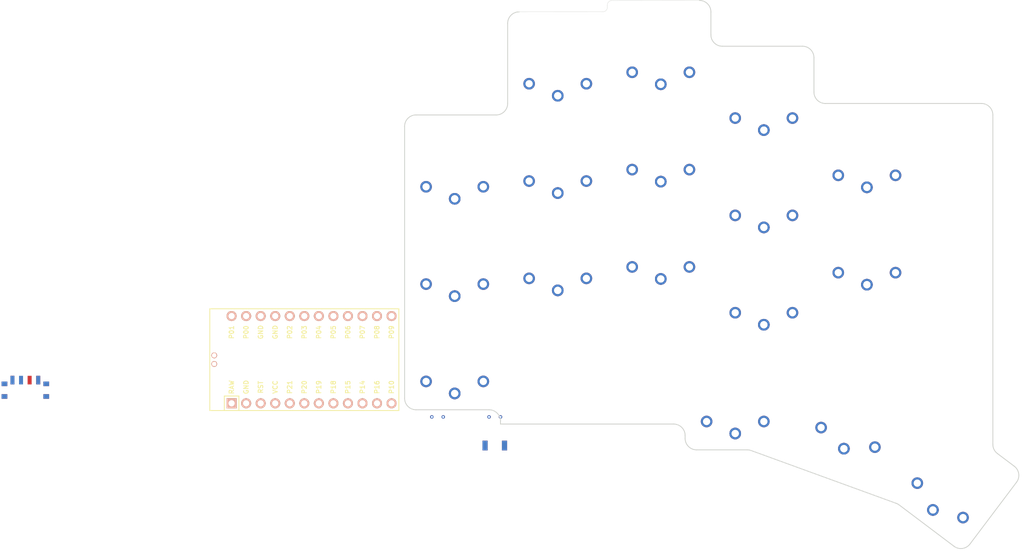
<source format=kicad_pcb>
(kicad_pcb (version 20211014) (generator pcbnew)
  (title_block (title "main") (rev "v1.0.0") (company "Unknown"))
  (layers (0 "F.Cu" signal) (31 "B.Cu" signal) (34 "B.Paste" user) (35 "F.Paste" user) (36 "B.SilkS" user "B.Silkscreen") (37 "F.SilkS" user "F.Silkscreen") (38 "B.Mask" user) (39 "F.Mask" user) (44 "Edge.Cuts" user))
  (net 0 "")
  (net 1 "P11")
  (net 2 "GND")
  (net 3 "P10")
  (net 4 "P8")
  (net 5 "P9")
  (net 6 "P7")
  (net 7 "P6")
  (net 8 "P4")
  (net 9 "P5")
  (net 10 "P3")
  (net 11 "P2")
  (net 12 "P1")
  (net 13 "RAW")
  (net 14 "RST")
  (net 15 "VCC")
  (net 16 "P21")
  (net 17 "P20")
  (net 18 "P19")
  (net 19 "P18")
  (net 20 "P15")
  (net 21 "P14")
  (net 22 "P16")
  (net 23 "P0")
  (net 24 "pos")
  (footprint "lib:bat" (layer "F.Cu") (at -42 0)
    (fp_text reference "" (at 0 0) (layer "F.SilkS") (effects (font (size 1.27 1.27))))
    (fp_text value "" (at 0 0) (layer "F.SilkS") (effects (font (size 1.27 1.27))))
    (pad "1" thru_hole circle locked (at 0 -0.75) (size 1 1) (drill 0.7) (layers *.Cu *.SilkS *.Mask) (net 24 "pos"))
    (pad "2" thru_hole circle locked (at 0 0.75) (size 1 1) (drill 0.7) (layers *.Cu *.SilkS *.Mask) (net 2 "GND"))
  )
  (footprint "PG1350" (layer "F.Cu") (at 0 -17 180)
    (fp_text reference "S2" hide)
    (fp_text value "" hide)
    (pad "" np_thru_hole circle locked (at 0 0) (size 3.429 3.429) (drill 3.429) (layers *.Cu *.Mask))
    (pad "" np_thru_hole circle locked (at -5.5 0) (size 1.7018 1.7018) (drill 1.7018) (layers *.Cu *.Mask))
    (pad "" np_thru_hole circle locked (at 5.5 0) (size 1.7018 1.7018) (drill 1.7018) (layers *.Cu *.Mask))
    (pad "1" thru_hole circle locked (at -5 -3.8) (size 2.032 2.032) (drill 1.27) (layers *.Cu *.Mask) (net 3 "P10"))
    (pad "1" thru_hole circle locked (at 5 -3.8) (size 2.032 2.032) (drill 1.27) (layers *.Cu *.Mask) (net 3 "P10"))
    (pad "2" thru_hole circle locked (at 0 -5.9) (size 2.032 2.032) (drill 1.27) (layers *.Cu *.Mask) (net 2 "GND"))
    (pad "2" thru_hole circle locked (at 0 -5.9) (size 2.032 2.032) (drill 1.27) (layers *.Cu *.Mask) (net 2 "GND"))
  )
  (footprint "PG1350" (layer "F.Cu") (at 72 -36 180)
    (fp_text reference "S14" hide)
    (fp_text value "" hide)
    (pad "" np_thru_hole circle locked (at 5.5 0) (size 1.7018 1.7018) (drill 1.7018) (layers *.Cu *.Mask))
    (pad "" np_thru_hole circle locked (at 0 0) (size 3.429 3.429) (drill 3.429) (layers *.Cu *.Mask))
    (pad "" np_thru_hole circle locked (at -5.5 0) (size 1.7018 1.7018) (drill 1.7018) (layers *.Cu *.Mask))
    (pad "1" thru_hole circle locked (at 5 -3.8) (size 2.032 2.032) (drill 1.27) (layers *.Cu *.Mask) (net 9 "P5"))
    (pad "1" thru_hole circle locked (at -5 -3.8) (size 2.032 2.032) (drill 1.27) (layers *.Cu *.Mask) (net 9 "P5"))
    (pad "2" thru_hole circle locked (at 0 -5.9) (size 2.032 2.032) (drill 1.27) (layers *.Cu *.Mask) (net 2 "GND"))
    (pad "2" thru_hole circle locked (at 0 -5.9) (size 2.032 2.032) (drill 1.27) (layers *.Cu *.Mask) (net 2 "GND"))
  )
  (footprint "PG1350" (layer "F.Cu") (at 49 7 180)
    (fp_text reference "S15" hide)
    (fp_text value "" hide)
    (pad "" np_thru_hole circle locked (at 0 0) (size 3.429 3.429) (drill 3.429) (layers *.Cu *.Mask))
    (pad "" np_thru_hole circle locked (at 5.5 0) (size 1.7018 1.7018) (drill 1.7018) (layers *.Cu *.Mask))
    (pad "" np_thru_hole circle locked (at -5.5 0) (size 1.7018 1.7018) (drill 1.7018) (layers *.Cu *.Mask))
    (pad "1" thru_hole circle locked (at -5 -3.8) (size 2.032 2.032) (drill 1.27) (layers *.Cu *.Mask) (net 10 "P3"))
    (pad "1" thru_hole circle locked (at 5 -3.8) (size 2.032 2.032) (drill 1.27) (layers *.Cu *.Mask) (net 10 "P3"))
    (pad "2" thru_hole circle locked (at 0 -5.9) (size 2.032 2.032) (drill 1.27) (layers *.Cu *.Mask) (net 2 "GND"))
    (pad "2" thru_hole circle locked (at 0 -5.9) (size 2.032 2.032) (drill 1.27) (layers *.Cu *.Mask) (net 2 "GND"))
  )
  (footprint "PG1350" (layer "F.Cu") (at 54 -12 180)
    (fp_text reference "S10" hide)
    (fp_text value "" hide)
    (pad "" np_thru_hole circle locked (at 5.5 0) (size 1.7018 1.7018) (drill 1.7018) (layers *.Cu *.Mask))
    (pad "" np_thru_hole circle locked (at -5.5 0) (size 1.7018 1.7018) (drill 1.7018) (layers *.Cu *.Mask))
    (pad "" np_thru_hole circle locked (at 0 0) (size 3.429 3.429) (drill 3.429) (layers *.Cu *.Mask))
    (pad "1" thru_hole circle locked (at -5 -3.8) (size 2.032 2.032) (drill 1.27) (layers *.Cu *.Mask) (net 3 "P10"))
    (pad "1" thru_hole circle locked (at 5 -3.8) (size 2.032 2.032) (drill 1.27) (layers *.Cu *.Mask) (net 3 "P10"))
    (pad "2" thru_hole circle locked (at 0 -5.9) (size 2.032 2.032) (drill 1.27) (layers *.Cu *.Mask) (net 2 "GND"))
    (pad "2" thru_hole circle locked (at 0 -5.9) (size 2.032 2.032) (drill 1.27) (layers *.Cu *.Mask) (net 2 "GND"))
  )
  (footprint "PG1350" (layer "F.Cu") (at 18 -35 180)
    (fp_text reference "S5" hide)
    (fp_text value "" hide)
    (pad "" np_thru_hole circle locked (at 0 0) (size 3.429 3.429) (drill 3.429) (layers *.Cu *.Mask))
    (pad "" np_thru_hole circle locked (at 5.5 0) (size 1.7018 1.7018) (drill 1.7018) (layers *.Cu *.Mask))
    (pad "" np_thru_hole circle locked (at -5.5 0) (size 1.7018 1.7018) (drill 1.7018) (layers *.Cu *.Mask))
    (pad "1" thru_hole circle locked (at 5 -3.8) (size 2.032 2.032) (drill 1.27) (layers *.Cu *.Mask) (net 5 "P9"))
    (pad "1" thru_hole circle locked (at -5 -3.8) (size 2.032 2.032) (drill 1.27) (layers *.Cu *.Mask) (net 5 "P9"))
    (pad "2" thru_hole circle locked (at 0 -5.9) (size 2.032 2.032) (drill 1.27) (layers *.Cu *.Mask) (net 2 "GND"))
    (pad "2" thru_hole circle locked (at 0 -5.9) (size 2.032 2.032) (drill 1.27) (layers *.Cu *.Mask) (net 2 "GND"))
  )
  (footprint "VIA-0.6mm" (layer "F.Cu") (at 6 10)
    (fp_text reference "REF**" hide)
    (fp_text value "VIA-0.6mm" hide)
    (pad "1" thru_hole circle locked (at 0 0) (size 0.6 0.6) (drill 0.3) (layers *.Cu) (net 14 "RST"))
  )
  (footprint "VIA-0.6mm" (layer "F.Cu") (at -2 10)
    (fp_text reference "REF**" hide)
    (fp_text value "VIA-0.6mm" hide)
    (pad "1" thru_hole circle locked (at 0 0) (size 0.6 0.6) (drill 0.3) (layers *.Cu) (net 13 "RAW"))
  )
  (footprint "PG1350" (layer "F.Cu") (at 70 10 160)
    (fp_text reference "S16" hide)
    (fp_text value "" hide)
    (pad "" np_thru_hole circle locked (at 0 0) (size 3.429 3.429) (drill 3.429) (layers *.Cu *.Mask))
    (pad "" np_thru_hole circle locked (at 5.5 0) (size 1.7018 1.7018) (drill 1.7018) (layers *.Cu *.Mask))
    (pad "" np_thru_hole circle locked (at -5.5 0) (size 1.7018 1.7018) (drill 1.7018) (layers *.Cu *.Mask))
    (pad "1" thru_hole circle locked (at 5 -3.8) (size 2.032 2.032) (drill 1.27) (layers *.Cu *.Mask) (net 11 "P2"))
    (pad "1" thru_hole circle locked (at -5 -3.8) (size 2.032 2.032) (drill 1.27) (layers *.Cu *.Mask) (net 11 "P2"))
    (pad "2" thru_hole circle locked (at 0 -5.9) (size 2.032 2.032) (drill 1.27) (layers *.Cu *.Mask) (net 2 "GND"))
    (pad "2" thru_hole circle locked (at 0 -5.9) (size 2.032 2.032) (drill 1.27) (layers *.Cu *.Mask) (net 2 "GND"))
  )
  (footprint "PG1350" (layer "F.Cu") (at 72 -19 180)
    (fp_text reference "S13" hide)
    (fp_text value "" hide)
    (pad "" np_thru_hole circle locked (at 5.5 0) (size 1.7018 1.7018) (drill 1.7018) (layers *.Cu *.Mask))
    (pad "" np_thru_hole circle locked (at 0 0) (size 3.429 3.429) (drill 3.429) (layers *.Cu *.Mask))
    (pad "" np_thru_hole circle locked (at -5.5 0) (size 1.7018 1.7018) (drill 1.7018) (layers *.Cu *.Mask))
    (pad "1" thru_hole circle locked (at 5 -3.8) (size 2.032 2.032) (drill 1.27) (layers *.Cu *.Mask) (net 8 "P4"))
    (pad "1" thru_hole circle locked (at -5 -3.8) (size 2.032 2.032) (drill 1.27) (layers *.Cu *.Mask) (net 8 "P4"))
    (pad "2" thru_hole circle locked (at 0 -5.9) (size 2.032 2.032) (drill 1.27) (layers *.Cu *.Mask) (net 2 "GND"))
    (pad "2" thru_hole circle locked (at 0 -5.9) (size 2.032 2.032) (drill 1.27) (layers *.Cu *.Mask) (net 2 "GND"))
  )
  (footprint "ProMicro" (layer "F.Cu") (at -25 0)
    (fp_text reference "MCU1" hide)
    (fp_text value "" hide)
    (fp_text user "VCC" (at -6.35 4.8 90) (layer "F.SilkS") (effects (font (size 0.8 0.8))))
    (fp_text user "P02" (at -3.81 -4.8 90) (layer "F.SilkS") (effects (font (size 0.8 0.8))))
    (fp_text user "P00" (at -11.43 -4.8 90) (layer "F.SilkS") (effects (font (size 0.8 0.8))))
    (fp_text user "P06" (at 6.35 -4.8 90) (layer "F.SilkS") (effects (font (size 0.8 0.8))))
    (fp_text user "P14" (at 8.89 4.8 90) (layer "F.SilkS") (effects (font (size 0.8 0.8))))
    (fp_text user "P21" (at -3.81 4.8 90) (layer "F.SilkS") (effects (font (size 0.8 0.8))))
    (fp_text user "GND" (at -11.43 4.8 90) (layer "F.SilkS") (effects (font (size 0.8 0.8))))
    (fp_text user "P03" (at -1.27 -4.8 90) (layer "F.SilkS") (effects (font (size 0.8 0.8))))
    (fp_text user "P16" (at 11.43 4.8 90) (layer "F.SilkS") (effects (font (size 0.8 0.8))))
    (fp_text user "P04" (at 1.27 -4.8 90) (layer "F.SilkS") (effects (font (size 0.8 0.8))))
    (fp_text user "P05" (at 3.81 -4.8 90) (layer "F.SilkS") (effects (font (size 0.8 0.8))))
    (fp_text user "RST" (at -8.89 4.8 90) (layer "F.SilkS") (effects (font (size 0.8 0.8))))
    (fp_text user "P19" (at 1.27 4.8 90) (layer "F.SilkS") (effects (font (size 0.8 0.8))))
    (fp_text user "P07" (at 8.89 -4.8 90) (layer "F.SilkS") (effects (font (size 0.8 0.8))))
    (fp_text user "P20" (at -1.27 4.8 90) (layer "F.SilkS") (effects (font (size 0.8 0.8))))
    (fp_text user "P09" (at 13.97 -4.8 90) (layer "F.SilkS") (effects (font (size 0.8 0.8))))
    (fp_text user "P10" (at 13.97 4.8 90) (layer "F.SilkS") (effects (font (size 0.8 0.8))))
    (fp_text user "RAW" (at -13.97 4.8 90) (layer "F.SilkS") (effects (font (size 0.8 0.8))))
    (fp_text user "P18" (at 3.81 4.8 90) (layer "F.SilkS") (effects (font (size 0.8 0.8))))
    (fp_text user "GND" (at -6.35 -4.8 90) (layer "F.SilkS") (effects (font (size 0.8 0.8))))
    (fp_text user "P01" (at -13.97 -4.8 90) (layer "F.SilkS") (effects (font (size 0.8 0.8))))
    (fp_text user "P15" (at 6.35 4.8 90) (layer "F.SilkS") (effects (font (size 0.8 0.8))))
    (fp_text user "P08" (at 11.43 -4.8 90) (layer "F.SilkS") (effects (font (size 0.8 0.8))))
    (fp_text user "GND" (at -8.89 -4.8 90) (layer "F.SilkS") (effects (font (size 0.8 0.8))))
    (fp_line (start 15.24 -8.89) (end -17.78 -8.89) (layer "F.SilkS") (width 0.15))
    (fp_line (start -17.78 -8.89) (end -17.78 8.89) (layer "F.SilkS") (width 0.15))
    (fp_line (start -15.24 6.35) (end -12.7 6.35) (layer "F.SilkS") (width 0.15))
    (fp_line (start -15.24 6.35) (end -15.24 8.89) (layer "F.SilkS") (width 0.15))
    (fp_line (start -17.78 8.89) (end 15.24 8.89) (layer "F.SilkS") (width 0.15))
    (fp_line (start -12.7 6.35) (end -12.7 8.89) (layer "F.SilkS") (width 0.15))
    (fp_line (start 15.24 8.89) (end 15.24 -8.89) (layer "F.SilkS") (width 0.15))
    (pad "1" thru_hole rect locked (at -13.97 7.62) (size 1.7526 1.7526) (drill 1.0922) (layers *.Cu *.SilkS *.Mask) (net 13 "RAW"))
    (pad "2" thru_hole circle locked (at -11.43 7.62) (size 1.7526 1.7526) (drill 1.0922) (layers *.Cu *.SilkS *.Mask) (net 2 "GND"))
    (pad "3" thru_hole circle locked (at -8.89 7.62) (size 1.7526 1.7526) (drill 1.0922) (layers *.Cu *.SilkS *.Mask) (net 14 "RST"))
    (pad "4" thru_hole circle locked (at -6.35 7.62) (size 1.7526 1.7526) (drill 1.0922) (layers *.Cu *.SilkS *.Mask) (net 15 "VCC"))
    (pad "5" thru_hole circle locked (at -3.81 7.62) (size 1.7526 1.7526) (drill 1.0922) (layers *.Cu *.SilkS *.Mask) (net 16 "P21"))
    (pad "6" thru_hole circle locked (at -1.27 7.62) (size 1.7526 1.7526) (drill 1.0922) (layers *.Cu *.SilkS *.Mask) (net 17 "P20"))
    (pad "7" thru_hole circle locked (at 1.27 7.62) (size 1.7526 1.7526) (drill 1.0922) (layers *.Cu *.SilkS *.Mask) (net 18 "P19"))
    (pad "8" thru_hole circle locked (at 3.81 7.62) (size 1.7526 1.7526) (drill 1.0922) (layers *.Cu *.SilkS *.Mask) (net 19 "P18"))
    (pad "9" thru_hole circle locked (at 6.35 7.62) (size 1.7526 1.7526) (drill 1.0922) (layers *.Cu *.SilkS *.Mask) (net 20 "P15"))
    (pad "10" thru_hole circle locked (at 8.89 7.62) (size 1.7526 1.7526) (drill 1.0922) (layers *.Cu *.SilkS *.Mask) (net 21 "P14"))
    (pad "11" thru_hole circle locked (at 11.43 7.62) (size 1.7526 1.7526) (drill 1.0922) (layers *.Cu *.SilkS *.Mask) (net 22 "P16"))
    (pad "12" thru_hole circle locked (at 13.97 7.62) (size 1.7526 1.7526) (drill 1.0922) (layers *.Cu *.SilkS *.Mask) (net 3 "P10"))
    (pad "13" thru_hole circle locked (at -13.97 -7.62) (size 1.7526 1.7526) (drill 1.0922) (layers *.Cu *.SilkS *.Mask) (net 12 "P1"))
    (pad "14" thru_hole circle locked (at -11.43 -7.62) (size 1.7526 1.7526) (drill 1.0922) (layers *.Cu *.SilkS *.Mask) (net 23 "P0"))
    (pad "15" thru_hole circle locked (at -8.89 -7.62) (size 1.7526 1.7526) (drill 1.0922) (layers *.Cu *.SilkS *.Mask) (net 2 "GND"))
    (pad "16" thru_hole circle locked (at -6.35 -7.62) (size 1.7526 1.7526) (drill 1.0922) (layers *.Cu *.SilkS *.Mask) (net 2 "GND"))
    (pad "17" thru_hole circle locked (at -3.81 -7.62) (size 1.7526 1.7526) (drill 1.0922) (layers *.Cu *.SilkS *.Mask) (net 11 "P2"))
    (pad "18" thru_hole circle locked (at -1.27 -7.62) (size 1.7526 1.7526) (drill 1.0922) (layers *.Cu *.SilkS *.Mask) (net 10 "P3"))
    (pad "19" thru_hole circle locked (at 1.27 -7.62) (size 1.7526 1.7526) (drill 1.0922) (layers *.Cu *.SilkS *.Mask) (net 8 "P4"))
    (pad "20" thru_hole circle locked (at 3.81 -7.62) (size 1.7526 1.7526) (drill 1.0922) (layers *.Cu *.SilkS *.Mask) (net 9 "P5"))
    (pad "21" thru_hole circle locked (at 6.35 -7.62) (size 1.7526 1.7526) (drill 1.0922) (layers *.Cu *.SilkS *.Mask) (net 7 "P6"))
    (pad "22" thru_hole circle locked (at 8.89 -7.62) (size 1.7526 1.7526) (drill 1.0922) (layers *.Cu *.SilkS *.Mask) (net 6 "P7"))
    (pad "23" thru_hole circle locked (at 11.43 -7.62) (size 1.7526 1.7526) (drill 1.0922) (layers *.Cu *.SilkS *.Mask) (net 4 "P8"))
    (pad "24" thru_hole circle locked (at 13.97 -7.62) (size 1.7526 1.7526) (drill 1.0922) (layers *.Cu *.SilkS *.Mask) (net 5 "P9"))
  )
  (footprint "Button_Switch_SMD:SW_SPDT_PCM12" (layer "F.Cu") (at -75 5)
    (fp_text reference "" (at 0 0) (layer "F.SilkS") (effects (font (size 1.27 1.27))))
    (fp_text value "" (at 0 0) (layer "F.SilkS") (effects (font (size 1.27 1.27))))
    (pad "" np_thru_hole circle locked (at -1.5 0.33) (size 0.9 0.9) (drill 0.9) (layers *.Cu *.Mask))
    (pad "" smd rect locked (at -3.65 1.43) (size 1 0.8) (layers "B.Cu" "B.Paste" "B.Mask"))
    (pad "" smd rect locked (at -3.65 -0.78) (size 1 0.8) (layers "B.Cu" "B.Paste" "B.Mask"))
    (pad "" smd rect locked (at -3.65 1.43) (size 1 0.8) (layers "F.Cu" "F.Paste" "F.Mask"))
    (pad "" smd rect locked (at 3.65 1.43) (size 1 0.8) (layers "B.Cu" "B.Paste" "B.Mask"))
    (pad "" np_thru_hole circle locked (at 1.5 0.33) (size 0.9 0.9) (drill 0.9) (layers *.Cu *.Mask))
    (pad "" np_thru_hole circle locked (at 1.5 0.33) (size 0.9 0.9) (drill 0.9) (layers *.Cu *.Mask))
    (pad "" np_thru_hole circle locked (at -1.5 0.33) (size 0.9 0.9) (drill 0.9) (layers *.Cu *.Mask))
    (pad "" smd rect locked (at 3.65 1.43) (size 1 0.8) (layers "F.Cu" "F.Paste" "F.Mask"))
    (pad "" smd rect locked (at -3.65 -0.78) (size 1 0.8) (layers "F.Cu" "F.Paste" "F.Mask"))
    (pad "" smd rect locked (at 3.65 -0.78) (size 1 0.8) (layers "F.Cu" "F.Paste" "F.Mask"))
    (pad "" smd rect locked (at 3.65 -0.78) (size 1 0.8) (layers "B.Cu" "B.Paste" "B.Mask"))
    (pad "1" smd rect locked (at -2.25 -1.43) (size 0.7 1.5) (layers "F.Cu" "F.Paste" "F.Mask") (net 24 "pos"))
    (pad "1" smd rect locked (at 2.25 -1.43) (size 0.7 1.5) (layers "B.Cu" "B.Paste" "B.Mask") (net 24 "pos"))
    (pad "2" smd rect locked (at 0.75 -1.43) (size 0.7 1.5) (layers "F.Cu" "F.Paste" "F.Mask") (net 13 "RAW"))
    (pad "2" smd rect locked (at -0.75 -1.43) (size 0.7 1.5) (layers "B.Cu" "B.Paste" "B.Mask") (net 13 "RAW"))
    (pad "3" smd rect locked (at -2.25 -1.43) (size 0.7 1.5) (layers "B.Cu" "B.Paste" "B.Mask"))
    (pad "3" smd rect locked (at 2.25 -1.43) (size 0.7 1.5) (layers "F.Cu" "F.Paste" "F.Mask"))
  )
  (footprint "PG1350" (layer "F.Cu") (at 54 -46 180)
    (fp_text reference "S12" hide)
    (fp_text value "" hide)
    (pad "" np_thru_hole circle locked (at 5.5 0) (size 1.7018 1.7018) (drill 1.7018) (layers *.Cu *.Mask))
    (pad "" np_thru_hole circle locked (at -5.5 0) (size 1.7018 1.7018) (drill 1.7018) (layers *.Cu *.Mask))
    (pad "" np_thru_hole circle locked (at 0 0) (size 3.429 3.429) (drill 3.429) (layers *.Cu *.Mask))
    (pad "1" thru_hole circle locked (at 5 -3.8) (size 2.032 2.032) (drill 1.27) (layers *.Cu *.Mask) (net 7 "P6"))
    (pad "1" thru_hole circle locked (at -5 -3.8) (size 2.032 2.032) (drill 1.27) (layers *.Cu *.Mask) (net 7 "P6"))
    (pad "2" thru_hole circle locked (at 0 -5.9) (size 2.032 2.032) (drill 1.27) (layers *.Cu *.Mask) (net 2 "GND"))
    (pad "2" thru_hole circle locked (at 0 -5.9) (size 2.032 2.032) (drill 1.27) (layers *.Cu *.Mask) (net 2 "GND"))
  )
  (footprint "PG1350" (layer "F.Cu") (at 0 -34 180)
    (fp_text reference "S3" hide)
    (fp_text value "" hide)
    (pad "" np_thru_hole circle locked (at -5.5 0) (size 1.7018 1.7018) (drill 1.7018) (layers *.Cu *.Mask))
    (pad "" np_thru_hole circle locked (at 0 0) (size 3.429 3.429) (drill 3.429) (layers *.Cu *.Mask))
    (pad "" np_thru_hole circle locked (at 5.5 0) (size 1.7018 1.7018) (drill 1.7018) (layers *.Cu *.Mask))
    (pad "1" thru_hole circle locked (at -5 -3.8) (size 2.032 2.032) (drill 1.27) (layers *.Cu *.Mask) (net 4 "P8"))
    (pad "1" thru_hole circle locked (at 5 -3.8) (size 2.032 2.032) (drill 1.27) (layers *.Cu *.Mask) (net 4 "P8"))
    (pad "2" thru_hole circle locked (at 0 -5.9) (size 2.032 2.032) (drill 1.27) (layers *.Cu *.Mask) (net 2 "GND"))
    (pad "2" thru_hole circle locked (at 0 -5.9) (size 2.032 2.032) (drill 1.27) (layers *.Cu *.Mask) (net 2 "GND"))
  )
  (footprint "PG1350" (layer "F.Cu") (at 36 -54 180)
    (fp_text reference "S9" hide)
    (fp_text value "" hide)
    (pad "" np_thru_hole circle locked (at 0 0) (size 3.429 3.429) (drill 3.429) (layers *.Cu *.Mask))
    (pad "" np_thru_hole circle locked (at 5.5 0) (size 1.7018 1.7018) (drill 1.7018) (layers *.Cu *.Mask))
    (pad "" np_thru_hole circle locked (at -5.5 0) (size 1.7018 1.7018) (drill 1.7018) (layers *.Cu *.Mask))
    (pad "1" thru_hole circle locked (at -5 -3.8) (size 2.032 2.032) (drill 1.27) (layers *.Cu *.Mask) (net 4 "P8"))
    (pad "1" thru_hole circle locked (at 5 -3.8) (size 2.032 2.032) (drill 1.27) (layers *.Cu *.Mask) (net 4 "P8"))
    (pad "2" thru_hole circle locked (at 0 -5.9) (size 2.032 2.032) (drill 1.27) (layers *.Cu *.Mask) (net 2 "GND"))
    (pad "2" thru_hole circle locked (at 0 -5.9) (size 2.032 2.032) (drill 1.27) (layers *.Cu *.Mask) (net 2 "GND"))
  )
  (footprint "PG1350" (layer "F.Cu") (at 0 0 180)
    (fp_text reference "S1" hide)
    (fp_text value "" hide)
    (pad "" np_thru_hole circle locked (at -5.5 0) (size 1.7018 1.7018) (drill 1.7018) (layers *.Cu *.Mask))
    (pad "" np_thru_hole circle locked (at 5.5 0) (size 1.7018 1.7018) (drill 1.7018) (layers *.Cu *.Mask))
    (pad "" np_thru_hole circle locked (at 0 0) (size 3.429 3.429) (drill 3.429) (layers *.Cu *.Mask))
    (pad "1" thru_hole circle locked (at 5 -3.8) (size 2.032 2.032) (drill 1.27) (layers *.Cu *.Mask) (net 1 "P11"))
    (pad "1" thru_hole circle locked (at -5 -3.8) (size 2.032 2.032) (drill 1.27) (layers *.Cu *.Mask) (net 1 "P11"))
    (pad "2" thru_hole circle locked (at 0 -5.9) (size 2.032 2.032) (drill 1.27) (layers *.Cu *.Mask) (net 2 "GND"))
    (pad "2" thru_hole circle locked (at 0 -5.9) (size 2.032 2.032) (drill 1.27) (layers *.Cu *.Mask) (net 2 "GND"))
  )
  (footprint "VIA-0.6mm" (layer "F.Cu") (at 8 10)
    (fp_text reference "REF**" hide)
    (fp_text value "VIA-0.6mm" hide)
    (pad "1" thru_hole circle locked (at 0 0) (size 0.6 0.6) (drill 0.3) (layers *.Cu) (net 2 "GND"))
  )
  (footprint "PG1350" (layer "F.Cu") (at 87.083752 21.538866 143)
    (fp_text reference "S17" hide)
    (fp_text value "" hide)
    (pad "" np_thru_hole circle locked (at 0 0) (size 3.429 3.429) (drill 3.429) (layers *.Cu *.Mask))
    (pad "" np_thru_hole circle locked (at -5.5 0) (size 1.7018 1.7018) (drill 1.7018) (layers *.Cu *.Mask))
    (pad "" np_thru_hole circle locked (at 5.5 0) (size 1.7018 1.7018) (drill 1.7018) (layers *.Cu *.Mask))
    (pad "1" thru_hole circle locked (at 5 -3.8) (size 2.032 2.032) (drill 1.27) (layers *.Cu *.Mask) (net 12 "P1"))
    (pad "1" thru_hole circle locked (at -5 -3.8) (size 2.032 2.032) (drill 1.27) (layers *.Cu *.Mask) (net 12 "P1"))
    (pad "2" thru_hole circle locked (at 0 -5.9) (size 2.032 2.032) (drill 1.27) (layers *.Cu *.Mask) (net 2 "GND"))
    (pad "2" thru_hole circle locked (at 0 -5.9) (size 2.032 2.032) (drill 1.27) (layers *.Cu *.Mask) (net 2 "GND"))
  )
  (footprint "PG1350" (layer "F.Cu") (at 36 -20 180)
    (fp_text reference "S7" hide)
    (fp_text value "" hide)
    (pad "" np_thru_hole circle locked (at -5.5 0) (size 1.7018 1.7018) (drill 1.7018) (layers *.Cu *.Mask))
    (pad "" np_thru_hole circle locked (at 5.5 0) (size 1.7018 1.7018) (drill 1.7018) (layers *.Cu *.Mask))
    (pad "" np_thru_hole circle locked (at 0 0) (size 3.429 3.429) (drill 3.429) (layers *.Cu *.Mask))
    (pad "1" thru_hole circle locked (at 5 -3.8) (size 2.032 2.032) (drill 1.27) (layers *.Cu *.Mask) (net 3 "P10"))
    (pad "1" thru_hole circle locked (at -5 -3.8) (size 2.032 2.032) (drill 1.27) (layers *.Cu *.Mask) (net 3 "P10"))
    (pad "2" thru_hole circle locked (at 0 -5.9) (size 2.032 2.032) (drill 1.27) (layers *.Cu *.Mask) (net 2 "GND"))
    (pad "2" thru_hole circle locked (at 0 -5.9) (size 2.032 2.032) (drill 1.27) (layers *.Cu *.Mask) (net 2 "GND"))
  )
  (footprint "PG1350" (layer "F.Cu") (at 54 -29 180)
    (fp_text reference "S11" hide)
    (fp_text value "" hide)
    (pad "" np_thru_hole circle locked (at -5.5 0) (size 1.7018 1.7018) (drill 1.7018) (layers *.Cu *.Mask))
    (pad "" np_thru_hole circle locked (at 0 0) (size 3.429 3.429) (drill 3.429) (layers *.Cu *.Mask))
    (pad "" np_thru_hole circle locked (at 5.5 0) (size 1.7018 1.7018) (drill 1.7018) (layers *.Cu *.Mask))
    (pad "1" thru_hole circle locked (at -5 -3.8) (size 2.032 2.032) (drill 1.27) (layers *.Cu *.Mask) (net 6 "P7"))
    (pad "1" thru_hole circle locked (at 5 -3.8) (size 2.032 2.032) (drill 1.27) (layers *.Cu *.Mask) (net 6 "P7"))
    (pad "2" thru_hole circle locked (at 0 -5.9) (size 2.032 2.032) (drill 1.27) (layers *.Cu *.Mask) (net 2 "GND"))
    (pad "2" thru_hole circle locked (at 0 -5.9) (size 2.032 2.032) (drill 1.27) (layers *.Cu *.Mask) (net 2 "GND"))
  )
  (footprint "PG1350" (layer "F.Cu") (at 18 -52 180)
    (fp_text reference "S6" hide)
    (fp_text value "" hide)
    (pad "" np_thru_hole circle locked (at 5.5 0) (size 1.7018 1.7018) (drill 1.7018) (layers *.Cu *.Mask))
    (pad "" np_thru_hole circle locked (at -5.5 0) (size 1.7018 1.7018) (drill 1.7018) (layers *.Cu *.Mask))
    (pad "" np_thru_hole circle locked (at 0 0) (size 3.429 3.429) (drill 3.429) (layers *.Cu *.Mask))
    (pad "1" thru_hole circle locked (at -5 -3.8) (size 2.032 2.032) (drill 1.27) (layers *.Cu *.Mask) (net 4 "P8"))
    (pad "1" thru_hole circle locked (at 5 -3.8) (size 2.032 2.032) (drill 1.27) (layers *.Cu *.Mask) (net 4 "P8"))
    (pad "2" thru_hole circle locked (at 0 -5.9) (size 2.032 2.032) (drill 1.27) (layers *.Cu *.Mask) (net 2 "GND"))
    (pad "2" thru_hole circle locked (at 0 -5.9) (size 2.032 2.032) (drill 1.27) (layers *.Cu *.Mask) (net 2 "GND"))
  )
  (footprint "PG1350" (layer "F.Cu") (at 18 -18 180)
    (fp_text reference "S4" hide)
    (fp_text value "" hide)
    (pad "" np_thru_hole circle locked (at -5.5 0) (size 1.7018 1.7018) (drill 1.7018) (layers *.Cu *.Mask))
    (pad "" np_thru_hole circle locked (at 0 0) (size 3.429 3.429) (drill 3.429) (layers *.Cu *.Mask))
    (pad "" np_thru_hole circle locked (at 5.5 0) (size 1.7018 1.7018) (drill 1.7018) (layers *.Cu *.Mask))
    (pad "1" thru_hole circle locked (at 5 -3.8) (size 2.032 2.032) (drill 1.27) (layers *.Cu *.Mask) (net 3 "P10"))
    (pad "1" thru_hole circle locked (at -5 -3.8) (size 2.032 2.032) (drill 1.27) (layers *.Cu *.Mask) (net 3 "P10"))
    (pad "2" thru_hole circle locked (at 0 -5.9) (size 2.032 2.032) (drill 1.27) (layers *.Cu *.Mask) (net 2 "GND"))
    (pad "2" thru_hole circle locked (at 0 -5.9) (size 2.032 2.032) (drill 1.27) (layers *.Cu *.Mask) (net 2 "GND"))
  )
  (footprint "PG1350" (layer "F.Cu") (at 36 -37 180)
    (fp_text reference "S8" hide)
    (fp_text value "" hide)
    (pad "" np_thru_hole circle locked (at -5.5 0) (size 1.7018 1.7018) (drill 1.7018) (layers *.Cu *.Mask))
    (pad "" np_thru_hole circle locked (at 0 0) (size 3.429 3.429) (drill 3.429) (layers *.Cu *.Mask))
    (pad "" np_thru_hole circle locked (at 5.5 0) (size 1.7018 1.7018) (drill 1.7018) (layers *.Cu *.Mask))
    (pad "1" thru_hole circle locked (at 5 -3.8) (size 2.032 2.032) (drill 1.27) (layers *.Cu *.Mask) (net 5 "P9"))
    (pad "1" thru_hole circle locked (at -5 -3.8) (size 2.032 2.032) (drill 1.27) (layers *.Cu *.Mask) (net 5 "P9"))
    (pad "2" thru_hole circle locked (at 0 -5.9) (size 2.032 2.032) (drill 1.27) (layers *.Cu *.Mask) (net 2 "GND"))
    (pad "2" thru_hole circle locked (at 0 -5.9) (size 2.032 2.032) (drill 1.27) (layers *.Cu *.Mask) (net 2 "GND"))
  )
  (footprint "VIA-0.6mm" (layer "F.Cu") (at -4 10)
    (fp_text reference "REF**" hide)
    (fp_text value "VIA-0.6mm" hide)
    (pad "1" thru_hole circle locked (at 0 0) (size 0.6 0.6) (drill 0.3) (layers *.Cu) (net 24 "pos"))
  )
  (footprint "Button_Switch_SMD:SW_SPST_B3U-1000P" (layer "F.Cu") (at 7 15)
    (fp_text reference "" (at 0 0) (layer "F.SilkS") (effects (font (size 1.27 1.27))))
    (fp_text value "" (at 0 0) (layer "F.SilkS") (effects (font (size 1.27 1.27))))
    (pad "1" smd rect locked (at 1.7 0) (size 0.9 1.7) (layers "F.Cu" "F.Paste" "F.Mask") (net 14 "RST"))
    (pad "1" smd rect locked (at -1.7 0) (size 0.9 1.7) (layers "B.Cu" "B.Paste" "B.Mask") (net 14 "RST"))
    (pad "2" smd rect locked (at 1.7 0) (size 0.9 1.7) (layers "B.Cu" "B.Paste" "B.Mask") (net 2 "GND"))
    (pad "2" smd rect locked (at -1.7 0) (size 0.9 1.7) (layers "F.Cu" "F.Paste" "F.Mask") (net 2 "GND"))
  )
  (gr_line (start -8.75 6.75) (end -8.75 -40.75) (layer "Edge.Cuts") (width 0.15))
  (gr_arc (start -8.75 -40.75) (mid -8.164214 -42.164214) (end -6.75 -42.75) (layer "Edge.Cuts") (width 0.15))
  (gr_line (start 62.75 -46.75) (end 62.75 -52.75) (layer "Edge.Cuts") (width 0.15))
  (gr_line (start 90.009561 32.195537) (end 98.134064 21.413958) (layer "Edge.Cuts") (width 0.15))
  (gr_line (start 46.75 -54.75) (end 60.75 -54.75) (layer "Edge.Cuts") (width 0.15))
  (gr_line (start 51.77468 15.870615) (end 77.118215 25.094907) (layer "Edge.Cuts") (width 0.15))
  (gr_line (start 44.75 -56.75) (end 44.75 -60.75) (layer "Edge.Cuts") (width 0.15))
  (gr_arc (start 64.75 -44.75) (mid 63.335786 -45.335786) (end 62.75 -46.75) (layer "Edge.Cuts") (width 0.15))
  (gr_arc (start 38.25 11.25) (mid 39.664214 11.835786) (end 40.25 13.25) (layer "Edge.Cuts") (width 0.15))
  (gr_line (start 8 11.25) (end 38.25 11.25) (layer "Edge.Cuts") (width 0.15))
  (gr_arc (start 46.75 -54.75) (mid 45.335786 -55.335786) (end 44.75 -56.75) (layer "Edge.Cuts") (width 0.15))
  (gr_arc (start 77.118215 25.094907) (mid 77.388492 25.216658) (end 77.637805 25.377021) (layer "Edge.Cuts") (width 0.15))
  (gr_line (start 8 10.75) (end 8 11.25) (layer "Edge.Cuts") (width 0.15))
  (gr_line (start 11.25 -60.75) (end 25.812114 -60.758051) (layer "Edge.Cuts") (width 0.05))
  (gr_arc (start 6 8.75) (mid 7.414214 9.335786) (end 8 10.75) (layer "Edge.Cuts") (width 0.15))
  (gr_arc (start 97.740423 18.613057) (mid 98.517329 19.931982) (end 98.134064 21.413958) (layer "Edge.Cuts") (width 0.15))
  (gr_line (start 97.740423 18.613057) (end 94.79637 16.394554) (layer "Edge.Cuts") (width 0.15))
  (gr_line (start 94 14.797283) (end 94 -42.75) (layer "Edge.Cuts") (width 0.15))
  (gr_arc (start 42.75 -62.75) (mid 44.164214 -62.164214) (end 44.75 -60.75) (layer "Edge.Cuts") (width 0.15))
  (gr_line (start 9.25 -44.75) (end 9.25 -58.75) (layer "Edge.Cuts") (width 0.15))
  (gr_arc (start 26.67 -61.5696) (mid 26.415769 -60.979138) (end 25.812114 -60.758051) (layer "Edge.Cuts") (width 0.05))
  (gr_arc (start 9.25 -44.75) (mid 8.664214 -43.335786) (end 7.25 -42.75) (layer "Edge.Cuts") (width 0.15))
  (gr_line (start -6.75 -42.75) (end 7.25 -42.75) (layer "Edge.Cuts") (width 0.15))
  (gr_arc (start -6.75 8.75) (mid -8.164214 8.164214) (end -8.75 6.75) (layer "Edge.Cuts") (width 0.15))
  (gr_line (start -6.75 8.75) (end 6 8.75) (layer "Edge.Cuts") (width 0.15))
  (gr_line (start 42.75 -62.75) (end 27.432 -62.738) (layer "Edge.Cuts") (width 0.05))
  (gr_arc (start 94.79637 16.394554) (mid 94.210131 15.689679) (end 94 14.797283) (layer "Edge.Cuts") (width 0.15))
  (gr_arc (start 60.75 -54.75) (mid 62.164214 -54.164214) (end 62.75 -52.75) (layer "Edge.Cuts") (width 0.15))
  (gr_arc (start 42.25 15.75) (mid 40.835786 15.164214) (end 40.25 13.75) (layer "Edge.Cuts") (width 0.15))
  (gr_line (start 64.75 -44.75) (end 92 -44.75) (layer "Edge.Cuts") (width 0.15))
  (gr_arc (start 51.09064 15.75) (mid 51.437936 15.780384) (end 51.77468 15.870615) (layer "Edge.Cuts") (width 0.15))
  (gr_line (start 40.25 13.25) (end 40.25 13.75) (layer "Edge.Cuts") (width 0.15))
  (gr_arc (start 9.25 -58.75) (mid 9.835786 -60.164214) (end 11.25 -60.75) (layer "Edge.Cuts") (width 0.15))
  (gr_line (start 42.25 15.75) (end 51.09064 15.75) (layer "Edge.Cuts") (width 0.15))
  (gr_arc (start 90.009561 32.195537) (mid 88.690636 32.972443) (end 87.20866 32.589178) (layer "Edge.Cuts") (width 0.15))
  (gr_arc (start 92 -44.75) (mid 93.414214 -44.164214) (end 94 -42.75) (layer "Edge.Cuts") (width 0.15))
  (gr_line (start 77.637805 25.377021) (end 87.20866 32.589178) (layer "Edge.Cuts") (width 0.15))
  (gr_line (start 26.67 -61.5696) (end 26.67 -61.9252) (layer "Edge.Cuts") (width 0.05))
  (gr_arc (start 26.67 -61.9252) (mid 26.881356 -62.490641) (end 27.432 -62.738) (layer "Edge.Cuts") (width 0.05))
)
</source>
